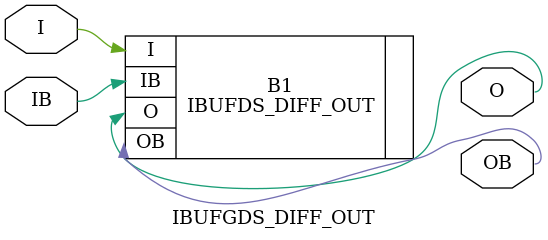
<source format=v>

`timescale  1 ps / 1 ps

`celldefine

module IBUFGDS_DIFF_OUT (O, OB, I, IB);

    parameter DIFF_TERM = "FALSE";
    parameter DQS_BIAS = "FALSE";
    parameter IBUF_LOW_PWR = "TRUE";
    parameter IOSTANDARD = "DEFAULT";

    output O, OB;

    input  I, IB;

    wire O, OB;

    IBUFDS_DIFF_OUT # (
        .DIFF_TERM(DIFF_TERM),
        .DQS_BIAS(DQS_BIAS),
        .IBUF_LOW_PWR(IBUF_LOW_PWR),
        .IOSTANDARD(IOSTANDARD)
) B1 (
        .O (O),
        .OB (OB),
        .I (I),
        .IB (IB)
);

endmodule

`endcelldefine

</source>
